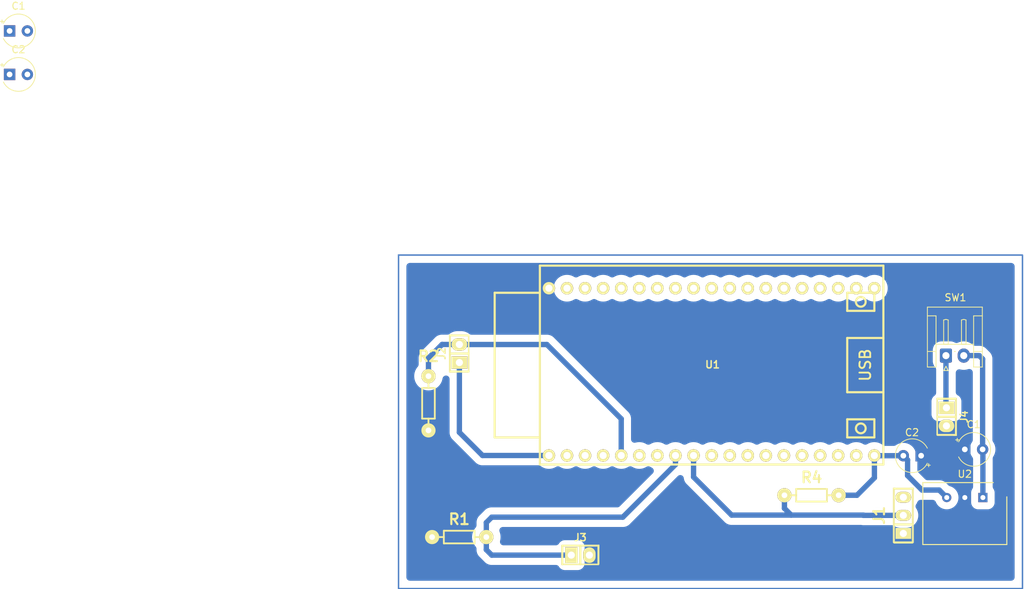
<source format=kicad_pcb>
(kicad_pcb (version 20221018) (generator pcbnew)
  (layers (0 "F.Cu" signal) (31 "B.Cu" signal) (34 "B.Paste" user) (35 "F.Paste" user) (36 "B.SilkS" user "B.Silkscreen") (37 "F.SilkS" user "F.Silkscreen") (38 "B.Mask" user) (39 "F.Mask" user) (44 "Edge.Cuts" user))
  (net 0 "")
  (net 1 "GND")
  (net 2 "/5V")
  (net 3 "/Temp")
  (net 4 "/vibra")
  (net 5 "Net-(J4-Pin_1)")
  (net 6 "/incli")
  (net 7 "/3V")
  (net 11 "VCC")
  (footprint "EESTN5:Pin_Header_2" (layer "F.Cu") (at 133.2865 56.769 -90)
    (fp_text reference "J4" (at 0 -2.159 -270) (layer "F.SilkS") (effects (font (size 1.016 1.016) (thickness 0.2032))))
    (fp_text value "Screw_Terminal_01x02" hide)
    (fp_line (start -2.6035 -0.889) (end -2.6035 -1.0795) (stroke (width 0.15)) (layer "F.SilkS"))
    (fp_line (start -2.54 -0.9525) (end 2.54 -0.9525) (stroke (width 0.15)) (layer "F.SilkS"))
    (fp_line (start -2.54 1.5875) (end -2.54 -0.9525) (stroke (width 0.3048)) (layer "F.SilkS"))
    (fp_line (start 0 -0.9525) (end 0 1.5875) (stroke (width 0.3048)) (layer "F.SilkS"))
    (fp_line (start 2.4765 -1.016) (end 2.4765 1.5875) (stroke (width 0.15)) (layer "F.SilkS"))
    (fp_line (start 2.54 1.5875) (end -2.54 1.5875) (stroke (width 0.15)) (layer "F.SilkS"))
    (fp_line (start 2.54 1.651) (end -2.6035 1.651) (stroke (width 0.15)) (layer "F.SilkS"))
    (fp_line (start 2.54 1.651) (end 2.54 -1.016) (stroke (width 0.15)) (layer "F.SilkS"))
    (fp_line (start 2.6035 -1.0795) (end -2.54 -1.0795) (stroke (width 0.15)) (layer "F.SilkS"))
    (fp_line (start 2.6035 -1.0795) (end 2.6035 -0.6985) (stroke (width 0.15)) (layer "F.SilkS"))
    (fp_line (start 2.6035 1.5875) (end 2.6035 -0.9525) (stroke (width 0.15)) (layer "F.SilkS"))
    (pad "1" thru_hole rect (at -1.27 0.3175 270) (size 1.75 2.19964) (drill 1.00076) (layers "*.Cu" "*.Mask" "F.SilkS") (net 5 "Net-(J4-Pin_1)"))
    (pad "2" thru_hole oval (at 1.27 0.3175 270) (size 1.75 2.19964) (drill 1.00076) (layers "*.Cu" "*.Mask" "F.SilkS") (net 1 "GND"))
  )
  (footprint "Package_SIP:SIP3_11.6x8.5mm" (layer "F.Cu") (at 138.09 68.108 180)
    (fp_text reference "U2" (at 2.54 3.3) (layer "F.SilkS"))
    (fp_text value "L7805")
    (fp_line (start -3.36 -6.6) (end 8.44 -6.6) (stroke (width 0.15)) (layer "F.SilkS"))
    (fp_line (start -3.36 0.1) (end -3.36 -6.6) (stroke (width 0.15)) (layer "F.SilkS"))
    (fp_line (start -1.46 2.1) (end 8.44 2.1) (stroke (width 0.15)) (layer "F.SilkS"))
    (fp_line (start 8.44 -6.6) (end 8.44 2.1) (stroke (width 0.15)) (layer "F.SilkS"))
    (pad "1" thru_hole rect (at 0 0 90) (size 1.3 1.3) (drill 0.7) (layers "*.Cu" "*.Mask") (net 11 "VCC"))
    (pad "2" thru_hole circle (at 2.54 0) (size 1.3 1.3) (drill 0.7) (layers "*.Cu" "*.Mask") (net 1 "GND"))
    (pad "3" thru_hole circle (at 5.08 0 90) (size 1.3 1.3) (drill 0.7) (layers "*.Cu" "*.Mask") (net 2 "/5V"))
  )
  (footprint "EESTN5:Pin_Header_2" (layer "F.Cu") (at 64.2233 47.87205 90)
    (fp_text reference "J2" (at 0 -2.159 90) (layer "F.SilkS") (effects (font (size 1.016 1.016) (thickness 0.2032))))
    (fp_text value "Screw_Terminal_01x02" hide)
    (fp_line (start -2.6035 -0.889) (end -2.6035 -1.0795) (stroke (width 0.15)) (layer "F.SilkS"))
    (fp_line (start -2.54 -0.9525) (end 2.54 -0.9525) (stroke (width 0.15)) (layer "F.SilkS"))
    (fp_line (start -2.54 1.5875) (end -2.54 -0.9525) (stroke (width 0.3048)) (layer "F.SilkS"))
    (fp_line (start 0 -0.9525) (end 0 1.5875) (stroke (width 0.3048)) (layer "F.SilkS"))
    (fp_line (start 2.4765 -1.016) (end 2.4765 1.5875) (stroke (width 0.15)) (layer "F.SilkS"))
    (fp_line (start 2.54 1.5875) (end -2.54 1.5875) (stroke (width 0.15)) (layer "F.SilkS"))
    (fp_line (start 2.54 1.651) (end -2.6035 1.651) (stroke (width 0.15)) (layer "F.SilkS"))
    (fp_line (start 2.54 1.651) (end 2.54 -1.016) (stroke (width 0.15)) (layer "F.SilkS"))
    (fp_line (start 2.6035 -1.0795) (end -2.54 -1.0795) (stroke (width 0.15)) (layer "F.SilkS"))
    (fp_line (start 2.6035 -1.0795) (end 2.6035 -0.6985) (stroke (width 0.15)) (layer "F.SilkS"))
    (fp_line (start 2.6035 1.5875) (end 2.6035 -0.9525) (stroke (width 0.15)) (layer "F.SilkS"))
    (pad "1" thru_hole rect (at -1.27 0.3175 90) (size 1.75 2.19964) (drill 1.00076) (layers "*.Cu" "*.Mask" "F.SilkS") (net 7 "/3V"))
    (pad "2" thru_hole oval (at 1.27 0.3175 90) (size 1.75 2.19964) (drill 1.00076) (layers "*.Cu" "*.Mask" "F.SilkS") (net 6 "/incli"))
  )
  (footprint "EESTN5:RES0.3" (layer "F.Cu") (at 64.516 73.66)
    (fp_text reference "R1" (at 0 -2.5) (layer "F.SilkS") (effects (font (size 1.5 1.5) (thickness 0.3))))
    (fp_text value "200" hide)
    (fp_line (start -2.159 -0.889) (end -2.159 0.889) (stroke (width 0.254)) (layer "F.SilkS"))
    (fp_line (start -2.159 0) (end -3.81 0) (stroke (width 0.254)) (layer "F.SilkS"))
    (fp_line (start -2.159 0.889) (end 2.159 0.889) (stroke (width 0.254)) (layer "F.SilkS"))
    (fp_line (start 2.159 -0.889) (end -2.159 -0.889) (stroke (width 0.254)) (layer "F.SilkS"))
    (fp_line (start 2.159 0) (end 3.81 0) (stroke (width 0.254)) (layer "F.SilkS"))
    (fp_line (start 2.159 0.889) (end 2.159 -0.889) (stroke (width 0.254)) (layer "F.SilkS"))
    (pad "1" thru_hole circle (at -3.81 0) (size 1.99898 1.99898) (drill 0.8001) (layers "*.Cu" "*.Mask" "F.SilkS") (net 1 "GND"))
    (pad "2" thru_hole circle (at 3.81 0) (size 1.99898 1.99898) (drill 0.8001) (layers "*.Cu" "*.Mask" "F.SilkS") (net 4 "/vibra"))
  )
  (footprint "Connector_JST:JST_EH_S2B-EH_1x02_P2.50mm_Horizontal" (layer "F.Cu") (at 132.9 48.168)
    (fp_text reference "SW1" (at 1.336 -8.154) (layer "F.SilkS"))
    (fp_text value "SW_Omron_B3FS")
    (fp_line (start -2.61 -6.81) (end 5.11 -6.81) (stroke (width 0.12)) (layer "F.SilkS"))
    (fp_line (start -2.61 -5.59) (end -1.39 -5.59) (stroke (width 0.12)) (layer "F.SilkS"))
    (fp_line (start -2.61 1.61) (end -2.61 -6.81) (stroke (width 0.12)) (layer "F.SilkS"))
    (fp_line (start -1.39 -5.59) (end -1.39 -0.59) (stroke (width 0.12)) (layer "F.SilkS"))
    (fp_line (start -1.39 -1.59) (end 3.89 -1.59) (stroke (width 0.12)) (layer "F.SilkS"))
    (fp_line (start -1.39 -0.59) (end -2.61 -0.59) (stroke (width 0.12)) (layer "F.SilkS"))
    (fp_line (start -1.39 -0.59) (end -1.39 1.61) (stroke (width 0.12)) (layer "F.SilkS"))
    (fp_line (start -1.39 1.61) (end -2.61 1.61) (stroke (width 0.12)) (layer "F.SilkS"))
    (fp_line (start -0.32 -5.01) (end 0 -5.09) (stroke (width 0.12)) (layer "F.SilkS"))
    (fp_line (start -0.32 -1.59) (end -0.32 -5.01) (stroke (width 0.12)) (layer "F.SilkS"))
    (fp_line (start -0.3 2.1) (end 0.3 2.1) (stroke (width 0.12)) (layer "F.SilkS"))
    (fp_line (start 0 -5.09) (end 0.32 -5.01) (stroke (width 0.12)) (layer "F.SilkS"))
    (fp_line (start 0 -1.59) (end -0.32 -1.59) (stroke (width 0.12)) (layer "F.SilkS"))
    (fp_line (start 0 1.5) (end -0.3 2.1) (stroke (width 0.12)) (layer "F.SilkS"))
    (fp_line (start 0.3 2.1) (end 0 1.5) (stroke (width 0.12)) (layer "F.SilkS"))
    (fp_line (start 0.32 -5.01) (end 0.32 -1.59) (stroke (width 0.12)) (layer "F.SilkS"))
    (fp_line (start 0.32 -1.59) (end 0 -1.59) (stroke (width 0.12)) (layer "F.SilkS"))
    (fp_line (start 1.17 -0.59) (end 1.33 -0.59) (stroke (width 0.12)) (layer "F.SilkS"))
    (fp_line (start 2.18 -5.01) (end 2.5 -5.09) (stroke (width 0.12)) (layer "F.SilkS"))
    (fp_line (start 2.18 -1.59) (end 2.18 -5.01) (stroke (width 0.12)) (layer "F.SilkS"))
    (fp_line (start 2.5 -5.09) (end 2.82 -5.01) (stroke (width 0.12)) (layer "F.SilkS"))
    (fp_line (start 2.5 -1.59) (end 2.18 -1.59) (stroke (width 0.12)) (layer "F.SilkS"))
    (fp_line (start 2.82 -5.01) (end 2.82 -1.59) (stroke (width 0.12)) (layer "F.SilkS"))
    (fp_line (start 2.82 -1.59) (end 2.5 -1.59) (stroke (width 0.12)) (layer "F.SilkS"))
    (fp_line (start 3.89 -5.59) (end 3.89 -0.59) (stroke (width 0.12)) (layer "F.SilkS"))
    (fp_line (start 3.89 -0.59) (end 5.11 -0.59) (stroke (width 0.12)) (layer "F.SilkS"))
    (fp_line (start 3.89 1.61) (end 3.89 -0.59) (stroke (width 0.12)) (layer "F.SilkS"))
    (fp_line (start 5.11 -6.81) (end 5.11 1.61) (stroke (width 0.12)) (layer "F.SilkS"))
    (fp_line (start 5.11 -5.59) (end 3.89 -5.59) (stroke (width 0.12)) (layer "F.SilkS"))
    (fp_line (start 5.11 1.61) (end 3.89 1.61) (stroke (width 0.12)) (layer "F.SilkS"))
    (pad "1" thru_hole roundrect (at 0 0) (size 1.7 2) (drill 1) (layers "*.Cu" "*.Mask") (roundrect_rratio 0.1470588235) (net 5 "Net-(J4-Pin_1)"))
    (pad "2" thru_hole oval (at 2.5 0) (size 1.7 2) (drill 1) (layers "*.Cu" "*.Mask") (net 11 "VCC"))
  )
  (footprint "EESTN5:Pin_Header_2" (layer "F.Cu") (at 81.534 75.8825)
    (fp_text reference "J3" (at 0 -2.159) (layer "F.SilkS") (effects (font (size 1.016 1.016) (thickness 0.2032))))
    (fp_text value "~" hide)
    (fp_line (start -2.6035 -0.889) (end -2.6035 -1.0795) (stroke (width 0.15)) (layer "F.SilkS"))
    (fp_line (start -2.54 -0.9525) (end 2.54 -0.9525) (stroke (width 0.15)) (layer "F.SilkS"))
    (fp_line (start -2.54 1.5875) (end -2.54 -0.9525) (stroke (width 0.3048)) (layer "F.SilkS"))
    (fp_line (start 0 -0.9525) (end 0 1.5875) (stroke (width 0.3048)) (layer "F.SilkS"))
    (fp_line (start 2.4765 -1.016) (end 2.4765 1.5875) (stroke (width 0.15)) (layer "F.SilkS"))
    (fp_line (start 2.54 1.5875) (end -2.54 1.5875) (stroke (width 0.15)) (layer "F.SilkS"))
    (fp_line (start 2.54 1.651) (end -2.6035 1.651) (stroke (width 0.15)) (layer "F.SilkS"))
    (fp_line (start 2.54 1.651) (end 2.54 -1.016) (stroke (width 0.15)) (layer "F.SilkS"))
    (fp_line (start 2.6035 -1.0795) (end -2.54 -1.0795) (stroke (width 0.15)) (layer "F.SilkS"))
    (fp_line (start 2.6035 -1.0795) (end 2.6035 -0.6985) (stroke (width 0.15)) (layer "F.SilkS"))
    (fp_line (start 2.6035 1.5875) (end 2.6035 -0.9525) (stroke (width 0.15)) (layer "F.SilkS"))
    (pad "1" thru_hole rect (at -1.27 0.3175) (size 1.75 2.19964) (drill 1.00076) (layers "*.Cu" "*.Mask" "F.SilkS") (net 4 "/vibra"))
    (pad "2" thru_hole oval (at 1.27 0.3175) (size 1.75 2.19964) (drill 1.00076) (layers "*.Cu" "*.Mask" "F.SilkS") (net 1 "GND"))
  )
  (footprint "EESTN5:RES0.3" (layer "F.Cu") (at 60.198 54.864 -90)
    (fp_text reference "R2" (at -6.604 0) (layer "F.SilkS") (effects (font (size 1.5 1.5) (thickness 0.3))))
    (fp_text value "10k" hide)
    (fp_line (start -2.159 -0.889) (end -2.159 0.889) (stroke (width 0.254)) (layer "F.SilkS"))
    (fp_line (start -2.159 0) (end -3.81 0) (stroke (width 0.254)) (layer "F.SilkS"))
    (fp_line (start -2.159 0.889) (end 2.159 0.889) (stroke (width 0.254)) (layer "F.SilkS"))
    (fp_line (start 2.159 -0.889) (end -2.159 -0.889) (stroke (width 0.254)) (layer "F.SilkS"))
    (fp_line (start 2.159 0) (end 3.81 0) (stroke (width 0.254)) (layer "F.SilkS"))
    (fp_line (start 2.159 0.889) (end 2.159 -0.889) (stroke (width 0.254)) (layer "F.SilkS"))
    (pad "1" thru_hole circle (at -3.81 0 270) (size 1.99898 1.99898) (drill 0.8001) (layers "*.Cu" "*.Mask" "F.SilkS") (net 6 "/incli"))
    (pad "2" thru_hole circle (at 3.81 0 270) (size 1.99898 1.99898) (drill 0.8001) (layers "*.Cu" "*.Mask" "F.SilkS") (net 1 "GND"))
  )
  (footprint "Capacitor_THT:CP_Radial_Tantal_D4.5mm_P2.50mm" (layer "F.Cu") (at 1.347288 2.555)
    (fp_text reference "C1" (at 1.25 -3.5) (layer "F.SilkS"))
    (fp_text value "100nF")
    (fp_line (start -1.287288 -1.335) (end -0.837288 -1.335) (stroke (width 0.12)) (layer "F.SilkS"))
    (fp_line (start -1.062288 -1.56) (end -1.062288 -1.11) (stroke (width 0.12)) (layer "F.SilkS"))
    (fp_arc (start -0.869741 -1.06) (mid 3.62 0) (end -0.869741 1.06) (stroke (width 0.12)) (layer "F.SilkS"))
    (pad "1" thru_hole rect (at 0 0) (size 1.6 1.6) (drill 0.8) (layers "*.Cu" "*.Mask") (net 1 "GND"))
    (pad "2" thru_hole circle (at 2.5 0) (size 1.6 1.6) (drill 0.8) (layers "*.Cu" "*.Mask") (net 11 "VCC"))
  )
  (footprint "Capacitor_THT:CP_Radial_Tantal_D4.5mm_P2.50mm" (layer "F.Cu") (at 1.347288 8.665)
    (fp_text reference "C2" (at 1.25 -3.5) (layer "F.SilkS"))
    (fp_text value "100nF")
    (fp_line (start -1.287288 -1.335) (end -0.837288 -1.335) (stroke (width 0.12)) (layer "F.SilkS"))
    (fp_line (start -1.062288 -1.56) (end -1.062288 -1.11) (stroke (width 0.12)) (layer "F.SilkS"))
    (fp_arc (start -0.869741 -1.06) (mid 3.62 0) (end -0.869741 1.06) (stroke (width 0.12)) (layer "F.SilkS"))
    (pad "1" thru_hole rect (at 0 0) (size 1.6 1.6) (drill 0.8) (layers "*.Cu" "*.Mask") (net 1 "GND"))
    (pad "2" thru_hole circle (at 2.5 0) (size 1.6 1.6) (drill 0.8) (layers "*.Cu" "*.Mask") (net 2 "/5V"))
  )
  (footprint "EESTN5:Pin_Header_3" (layer "F.Cu") (at 126.914 70.612 90)
    (fp_text reference "J1" (at 0 -3.4 90) (layer "F.SilkS") (effects (font (size 1.5 1.5) (thickness 0.3))))
    (fp_text value "Screw_Terminal_01x03" hide)
    (fp_line (start -3.81 -1.397) (end 3.81 -1.397) (stroke (width 0.15)) (layer "F.SilkS"))
    (fp_line (start -3.81 1.27) (end -3.81 -1.27) (stroke (width 0.3048)) (layer "F.SilkS"))
    (fp_line (start -1.27 -1.27) (end -1.27 1.27) (stroke (width 0.3048)) (layer "F.SilkS"))
    (fp_line (start 3.683 1.27) (end 3.683 -1.27) (stroke (width 0.15)) (layer "F.SilkS"))
    (fp_line (start 3.81 -1.397) (end 3.81 -1.143) (stroke (width 0.15)) (layer "F.SilkS"))
    (fp_line (start 3.81 -1.27) (end -3.81 -1.27) (stroke (width 0.15)) (layer "F.SilkS"))
    (fp_line (start 3.81 -1.27) (end 3.81 1.27) (stroke (width 0.15)) (layer "F.SilkS"))
    (fp_line (start 3.81 1.016) (end 3.81 1.397) (stroke (width 0.15)) (layer "F.SilkS"))
    (fp_line (start 3.81 1.27) (end -3.81 1.27) (stroke (width 0.15)) (layer "F.SilkS"))
    (fp_line (start 3.81 1.397) (end -3.81 1.397) (stroke (width 0.15)) (layer "F.SilkS"))
    (pad "1" thru_hole rect (at -2.54 0 90) (size 1.524 2.19964) (drill 1.00076) (layers "*.Cu" "*.Mask" "F.SilkS") (net 1 "GND"))
    (pad "2" thru_hole oval (at 0 0 90) (size 1.524 2.19964) (drill 1.00076) (layers "*.Cu" "*.Mask" "F.SilkS") (net 3 "/Temp"))
    (pad "3" thru_hole oval (at 2.54 0 90) (size 1.524 2.19964) (drill 1.00076) (layers "*.Cu" "*.Mask" "F.SilkS"))
  )
  (footprint "Capacitor_THT:CP_Radial_Tantal_D4.5mm_P2.50mm" (layer "F.Cu") (at 135.550144 61.341)
    (fp_text reference "C1" (at 1.25 -3.5) (layer "F.SilkS"))
    (fp_text value "100nF")
    (fp_line (start -1.287288 -1.335) (end -0.837288 -1.335) (stroke (width 0.12)) (layer "F.SilkS"))
    (fp_line (start -1.062288 -1.56) (end -1.062288 -1.11) (stroke (width 0.12)) (layer "F.SilkS"))
    (fp_arc (start -0.869741 -1.06) (mid 3.62 0) (end -0.869741 1.06) (stroke (width 0.12)) (layer "F.SilkS"))
    (pad "1" thru_hole rect (at 0 0) (size 1.6 1.6) (drill 0.8) (layers "*.Cu" "*.Mask") (net 1 "GND"))
    (pad "2" thru_hole circle (at 2.5 0) (size 1.6 1.6) (drill 0.8) (layers "*.Cu" "*.Mask") (net 11 "VCC"))
  )
  (footprint "Capacitor_THT:CP_Radial_Tantal_D4.5mm_P2.50mm" (layer "F.Cu") (at 129.412856 62.23 180)
    (fp_text reference "C2" (at 1.282856 3.264) (layer "F.SilkS"))
    (fp_text value "100nF")
    (fp_line (start -1.287288 -1.335) (end -0.837288 -1.335) (stroke (width 0.12)) (layer "F.SilkS"))
    (fp_line (start -1.062288 -1.56) (end -1.062288 -1.11) (stroke (width 0.12)) (layer "F.SilkS"))
    (fp_arc (start -0.869741 -1.06) (mid 3.62 0) (end -0.869741 1.06) (stroke (width 0.12)) (layer "F.SilkS"))
    (pad "1" thru_hole rect (at 0 0 180) (size 1.6 1.6) (drill 0.8) (layers "*.Cu" "*.Mask") (net 1 "GND"))
    (pad "2" thru_hole circle (at 2.5 0 180) (size 1.6 1.6) (drill 0.8) (layers "*.Cu" "*.Mask") (net 2 "/5V"))
  )
  (footprint "EESTN5LIT:RES0.3" (layer "F.Cu") (at 114.02 67.786)
    (fp_text reference "R4" (at 0 -2.5) (layer "F.SilkS") (effects (font (size 1.5 1.5) (thickness 0.3))))
    (fp_text value "2k" hide)
    (fp_line (start -2.159 -0.889) (end -2.159 0.889) (stroke (width 0.254)) (layer "F.SilkS"))
    (fp_line (start -2.159 0) (end -3.81 0) (stroke (width 0.254)) (layer "F.SilkS"))
    (fp_line (start -2.159 0.889) (end 2.159 0.889) (stroke (width 0.254)) (layer "F.SilkS"))
    (fp_line (start 2.159 -0.889) (end -2.159 -0.889) (stroke (width 0.254)) (layer "F.SilkS"))
    (fp_line (start 2.159 0) (end 3.81 0) (stroke (width 0.254)) (layer "F.SilkS"))
    (fp_line (start 2.159 0.889) (end 2.159 -0.889) (stroke (width 0.254)) (layer "F.SilkS"))
    (pad "1" thru_hole circle (at -3.81 0) (size 1.99898 1.99898) (drill 0.8001) (layers "*.Cu" "*.Mask" "F.SilkS") (net 3 "/Temp"))
    (pad "2" thru_hole circle (at 3.81 0) (size 1.99898 1.99898) (drill 0.8001) (layers "*.Cu" "*.Mask" "F.SilkS") (net 2 "/5V"))
  )
  (footprint "EESTN5:ESP32_DEVKITC" (layer "F.Cu") (at 99.98 49.5)
    (fp_text reference "U1" (at 0.127 -0.0635) (layer "F.SilkS") (effects (font (size 1.016 1.016) (thickness 0.2032))))
    (fp_text value "ESP32_DEVKITC" hide)
    (fp_text user "USB" (at 21.59 0 90) (layer "F.SilkS") (effects (font (size 1.524 1.524) (thickness 0.254))))
    (fp_line (start -30.48 -10.16) (end -30.48 10.16) (stroke (width 0.3048)) (layer "F.SilkS"))
    (fp_line (start -30.48 -10.16) (end -24.13 -10.16) (stroke (width 0.3048)) (layer "F.SilkS"))
    (fp_line (start -30.48 10.16) (end -24.13 10.16) (stroke (width 0.3048)) (layer "F.SilkS"))
    (fp_line (start -24.13 -13.97) (end -24.13 13.97) (stroke (width 0.3048)) (layer "F.SilkS"))
    (fp_line (start -24.13 -13.97) (end 24.13 -13.97) (stroke (width 0.3048)) (layer "F.SilkS"))
    (fp_line (start 19.05 -10.16) (end 19.05 -7.62) (stroke (width 0.3048)) (layer "F.SilkS"))
    (fp_line (start 19.05 -7.62) (end 22.86 -7.62) (stroke (width 0.3048)) (layer "F.SilkS"))
    (fp_line (start 19.05 -3.81) (end 19.05 3.81) (stroke (width 0.3048)) (layer "F.SilkS"))
    (fp_line (start 19.05 3.81) (end 24.13 3.81) (stroke (width 0.3048)) (layer "F.SilkS"))
    (fp_line (start 19.05 7.62) (end 22.86 7.62) (stroke (width 0.3048)) (layer "F.SilkS"))
    (fp_line (start 19.05 10.16) (end 19.05 7.62) (stroke (width 0.3048)) (layer "F.SilkS"))
    (fp_line (start 22.86 -10.16) (end 19.05 -10.16) (stroke (width 0.3048)) (layer "F.SilkS"))
    (fp_line (start 22.86 -7.62) (end 22.86 -10.16) (stroke (width 0.3048)) (layer "F.SilkS"))
    (fp_line (start 22.86 7.62) (end 22.86 10.16) (stroke (width 0.3048)) (layer "F.SilkS"))
    (fp_line (start 22.86 10.16) (end 19.05 10.16) (stroke (width 0.3048)) (layer "F.SilkS"))
    (fp_line (start 24.13 -3.81) (end 19.05 -3.81) (stroke (width 0.3048)) (layer "F.SilkS"))
    (fp_line (start 24.13 13.97) (end -24.13 13.97) (stroke (width 0.3048)) (layer "F.SilkS"))
    (fp_line (start 24.13 13.97) (end 24.13 -13.97) (stroke (width 0.3048)) (layer "F.SilkS"))
    (fp_circle (center 20.955 -8.89) (end 21.5265 -8.509) (stroke (width 0.3048)) (fill none) (layer "F.SilkS"))
    (fp_circle (center 20.955 8.89) (end 21.5265 9.271) (stroke (width 0.3048)) (fill none) (layer "F.SilkS"))
    (pad "1" thru_hole circle (at -22.86 12.7) (size 1.75 1.75) (drill 1) (layers "*.Cu" "*.Mask" "F.SilkS") (net 7 "/3V"))
    (pad "2" thru_hole circle (at -20.32 12.7) (size 1.75 1.75) (drill 1) (layers "*.Cu" "*.Mask" "F.SilkS"))
    (pad "3" thru_hole circle (at -17.78 12.7) (size 1.75 1.75) (drill 1) (layers "*.Cu" "*.Mask" "F.SilkS"))
    (pad "4" thru_hole circle (at -15.24 12.7) (size 1.75 1.75) (drill 1) (layers "*.Cu" "*.Mask" "F.SilkS"))
    (pad "5" thru_hole circle (at -12.7 12.7) (size 1.75 1.75) (drill 1) (layers "*.Cu" "*.Mask" "F.SilkS") (net 6 "/incli"))
    (pad "6" thru_hole circle (at -10.16 12.7) (size 1.75 1.75) (drill 1) (layers "*.Cu" "*.Mask" "F.SilkS") (net 3 "/Temp"))
    (pad "7" thru_hole circle (at -7.62 12.7) (size 1.75 1.75) (drill 1) (layers "*.Cu" "*.Mask" "F.SilkS"))
    (pad "8" thru_hole circle (at -5.08 12.7) (size 1.75 1.75) (drill 1) (layers "*.Cu" "*.Mask" "F.SilkS") (net 4 "/vibra"))
    (pad "9" thru_hole circle (at -2.54 12.7) (size 1.75 1.75) (drill 1) (layers "*.Cu" "*.Mask" "F.SilkS"))
    (pad "10" thru_hole circle (at 0 12.7) (size 1.75 1.75) (drill 1) (layers "*.Cu" "*.Mask" "F.SilkS"))
    (pad "11" thru_hole circle (at 2.54 12.7) (size 1.75 1.75) (drill 1) (layers "*.Cu" "*.Mask" "F.SilkS"))
    (pad "12" thru_hole circle (at 5.08 12.7) (size 1.75 1.75) (drill 1) (layers "*.Cu" "*.Mask" "F.SilkS"))
    (pad "13" thru_hole circle (at 7.62 12.7) (size 1.75 1.75) (drill 1) (layers "*.Cu" "*.Mask" "F.SilkS"))
    (pad "14" thru_hole circle (at 10.16 12.7) (size 1.75 1.75) (drill 1) (layers "*.Cu" "*.Mask" "F.SilkS"))
    (pad "15" thru_hole circle (at 12.7 12.7) (size 1.75 1.75) (drill 1) (layers "*.Cu" "*.Mask" "F.SilkS"))
    (pad "16" thru_hole circle (at 15.24 12.7) (size 1.75 1.75) (drill 1) (layers "*.Cu" "*.Mask" "F.SilkS"))
    (pad "17" thru_hole circle (at 17.78 12.7) (size 1.75 1.75) (drill 1) (layers "*.Cu" "*.Mask" "F.SilkS"))
    (pad "18" thru_hole circle (at 20.32 12.7) (size 1.75 1.75) (drill 1) (layers "*.Cu" "*.Mask" "F.SilkS"))
    (pad "19" thru_hole circle (at 22.86 12.7) (size 1.75 1.75) (drill 1) (layers "*.Cu" "*.Mask" "F.SilkS") (net 2 "/5V"))
    (pad "20" thru_hole circle (at 22.86 -10.8 180) (size 1.75 1.75) (drill 1) (layers "*.Cu" "*.Mask" "F.SilkS"))
    (pad "21" thru_hole circle (at 20.32 -10.8 180) (size 1.75 1.75) (drill 1) (layers "*.Cu" "*.Mask" "F.SilkS"))
    (pad "22" thru_hole circle (at 17.78 -10.8 180) (size 1.75 1.75) (drill 1) (layers "*.Cu" "*.Mask" "F.SilkS"))
    (pad "23" thru_hole circle (at 15.24 -10.8 180) (size 1.75 1.75) (drill 1) (layers "*.Cu" "*.Mask" "F.SilkS"))
    (pad "24" thru_hole circle (at 12.7 -10.8 180) (size 1.75 1.75) (drill 1) (layers "*.Cu" "*.Mask" "F.SilkS"))
    (pad "25" thru_hole circle (at 10.16 -10.8 180) (size 1.75 1.75) (drill 1) (layers "*.Cu" "*.Mask" "F.SilkS"))
    (pad "26" thru_hole circle (at 7.62 -10.8 180) (size 1.75 1.75) (drill 1) (layers "*.Cu" "*.Mask" "F.SilkS"))
    (pad "27" thru_hole circle (at 5.08 -10.8 180) (size 1.75 1.75) (drill 1) (layers "*.Cu" "*.Mask" "F.SilkS"))
    (pad "28" thru_hole circle (at 2.54 -10.8 180) (size 1.75 1.75) (drill 1) (layers "*.Cu" "*.Mask" "F.SilkS"))
    (pad "29" thru_hole circle (at 0 -10.8 180) (size 1.75 1.75) (drill 1) (layers "*.Cu" "*.Mask" "F.SilkS"))
    (pad "30" thru_hole circle (at -2.54 -10.8 180) (size 1.75 1.75) (drill 1) (layers "*.Cu" "*.Mask" "F.SilkS"))
    (pad "31" thru_hole circle (at -5.08 -10.8 180) (size 1.75 1.75) (drill 1) (layers "*.Cu" "*.Mask" "F.SilkS"))
    (pad "32" thru_hole circle (at -7.62 -10.8 180) (size 1.75 1.75) (drill 1) (layers "*.Cu" "*.Mask" "F.SilkS"))
    (pad "33" thru_hole circle (at -10.16 -10.8 180) (size 1.75 1.75) (drill 1) (layers "*.Cu" "*.Mask" "F.SilkS"))
    (pad "34" thru_hole circle (at -12.7 -10.8 180) (size 1.75 1.75) (drill 1) (layers "*.Cu" "*.Mask" "F.SilkS"))
    (pad "35" thru_hole circle (at -15.24 -10.8 180) (size 1.75 1.75) (drill 1) (layers "*.Cu" "*.Mask" "F.SilkS"))
    (pad "36" thru_hole circle (at -17.78 -10.8 180) (size 1.75 1.75) (drill 1) (layers "*.Cu" "*.Mask" "F.SilkS"))
    (pad "37" thru_hole circle (at -20.32 -10.8 180) (size 1.75 1.75) (drill 1) (layers "*.Cu" "*.Mask" "F.SilkS"))
    (pad "38" thru_hole circle (at -22.86 -10.8 180) (size 1.75 1.75) (drill 1) (layers "*.Cu" "*.Mask" "F.SilkS") (net 1 "GND"))
  )
  (gr_rect (start 55.9925 34.041) (end 143.6515 80.899) (stroke (width 0.2)) (fill none) (layer "B.Cu"))
  (segment (start 127.508 62.825144) (end 126.912856 62.23) (width 0.75) (layer "B.Cu") (net 2))
  (segment (start 127.508 65.024) (end 127.508 62.825144) (width 0.75) (layer "B.Cu") (net 2))
  (segment (start 129.54 67.056) (end 127.508 65.024) (width 0.75) (layer "B.Cu") (net 2))
  (segment (start 122.85 65.336) (end 120.4 67.786) (width 0.75) (layer "B.Cu") (net 2))
  (segment (start 131.958 67.056) (end 129.54 67.056) (width 0.75) (layer "B.Cu") (net 2))
  (segment (start 133.01 68.108) (end 131.958 67.056) (width 0.75) (layer "B.Cu") (net 2))
  (segment (start 122.85 62.23) (end 126.912856 62.23) (width 0.75) (layer "B.Cu") (net 2))
  (segment (start 120.4 67.786) (end 117.83 67.786) (width 0.75) (layer "B.Cu") (net 2))
  (segment (start 122.85 62.23) (end 122.85 65.336) (width 0.75) (layer "B.Cu") (net 2))
  (segment (start 111.16 70.576) (end 110.21 69.626) (width 0.75) (layer "B.Cu") (net 3))
  (segment (start 121.322 70.612) (end 126.914 70.612) (width 0.75) (layer "B.Cu") (net 3))
  (segment (start 110.21 69.626) (end 110.21 67.786) (width 0.75) (layer "B.Cu") (net 3))
  (segment (start 97.44 62.24) (end 97.44 65.226) (width 0.75) (layer "B.Cu") (net 3))
  (segment (start 97.45 62.23) (end 97.44 62.24) (width 0.75) (layer "B.Cu") (net 3))
  (segment (start 121.286 70.576) (end 121.322 70.612) (width 0.75) (layer "B.Cu") (net 3))
  (segment (start 102.79 70.576) (end 121.286 70.576) (width 0.75) (layer "B.Cu") (net 3))
  (segment (start 97.44 65.226) (end 102.79 70.576) (width 0.75) (layer "B.Cu") (net 3))
  (segment (start 87.503 70.866) (end 69.088 70.866) (width 0.75) (layer "B.Cu") (net 4))
  (segment (start 80.27 75.986) (end 80.056 76.2) (width 0.75) (layer "B.Cu") (net 4))
  (segment (start 68.326 71.628) (end 68.326 73.66) (width 0.75) (layer "B.Cu") (net 4))
  (segment (start 69.088 76.2) (end 68.326 75.438) (width 0.75) (layer "B.Cu") (net 4))
  (segment (start 94.9 63.469) (end 87.503 70.866) (width 0.75) (layer "B.Cu") (net 4))
  (segment (start 80.056 76.2) (end 69.088 76.2) (width 0.75) (layer "B.Cu") (net 4))
  (segment (start 68.326 75.438) (end 68.326 73.66) (width 0.75) (layer "B.Cu") (net 4))
  (segment (start 69.088 70.866) (end 68.326 71.628) (width 0.75) (layer "B.Cu") (net 4))
  (segment (start 94.9 62.2) (end 94.9 63.469) (width 0.75) (layer "B.Cu") (net 4))
  (segment (start 132.9 48.168) (end 132.9 55.43) (width 0.75) (layer "B.Cu") (net 5))
  (segment (start 132.842 48.058) (end 132.986 47.914) (width 0.25) (layer "B.Cu") (net 5))
  (segment (start 132.9 55.43) (end 132.969 55.499) (width 0.75) (layer "B.Cu") (net 5))
  (segment (start 76.835 46.609) (end 87.28 57.054) (width 0.75) (layer "B.Cu") (net 6))
  (segment (start 87.28 57.054) (end 87.28 62.2) (width 0.75) (layer "B.Cu") (net 6))
  (segment (start 64.5408 46.60205) (end 64.54775 46.609) (width 0.75) (layer "B.Cu") (net 6))
  (segment (start 60.198 48.514) (end 60.198 51.054) (width 0.75) (layer "B.Cu") (net 6))
  (segment (start 62.10995 46.60205) (end 60.198 48.514) (width 0.75) (layer "B.Cu") (net 6))
  (segment (start 64.54775 46.609) (end 76.835 46.609) (width 0.75) (layer "B.Cu") (net 6))
  (segment (start 64.5408 46.60205) (end 62.10995 46.60205) (width 0.75) (layer "B.Cu") (net 6))
  (segment (start 64.5408 58.9528) (end 67.788 62.2) (width 0.75) (layer "B.Cu") (net 7))
  (segment (start 64.5408 49.14205) (end 64.5408 58.9528) (width 0.75) (layer "B.Cu") (net 7))
  (segment (start 67.788 62.2) (end 77.12 62.2) (width 0.75) (layer "B.Cu") (net 7))
  (segment (start 138.09 61.380856) (end 138.050144 61.341) (width 0.75) (layer "B.Cu") (net 11))
  (segment (start 138.050144 61.341) (end 138.050144 48.642144) (width 0.75) (layer "B.Cu") (net 11))
  (segment (start 137.576 48.168) (end 135.4 48.168) (width 0.75) (layer "B.Cu") (net 11))
  (segment (start 138.050144 48.642144) (end 137.576 48.168) (width 0.75) (layer "B.Cu") (net 11))
  (segment (start 138.09 68.108) (end 138.09 61.380856) (width 0.75) (layer "B.Cu") (net 11))
  (zone (net 1) (net_name "GND") (layer "B.Cu") (connect_pads yes (clearance 1)) (min_thickness 1) (fill yes (thermal_gap 1) (thermal_bridge_width 1))
    (polygon (pts (xy 143.236 32.705) (xy 55.704 33.34) (xy 56.339 80.706) (xy 143.871 80.071)))
  )
)
</source>
